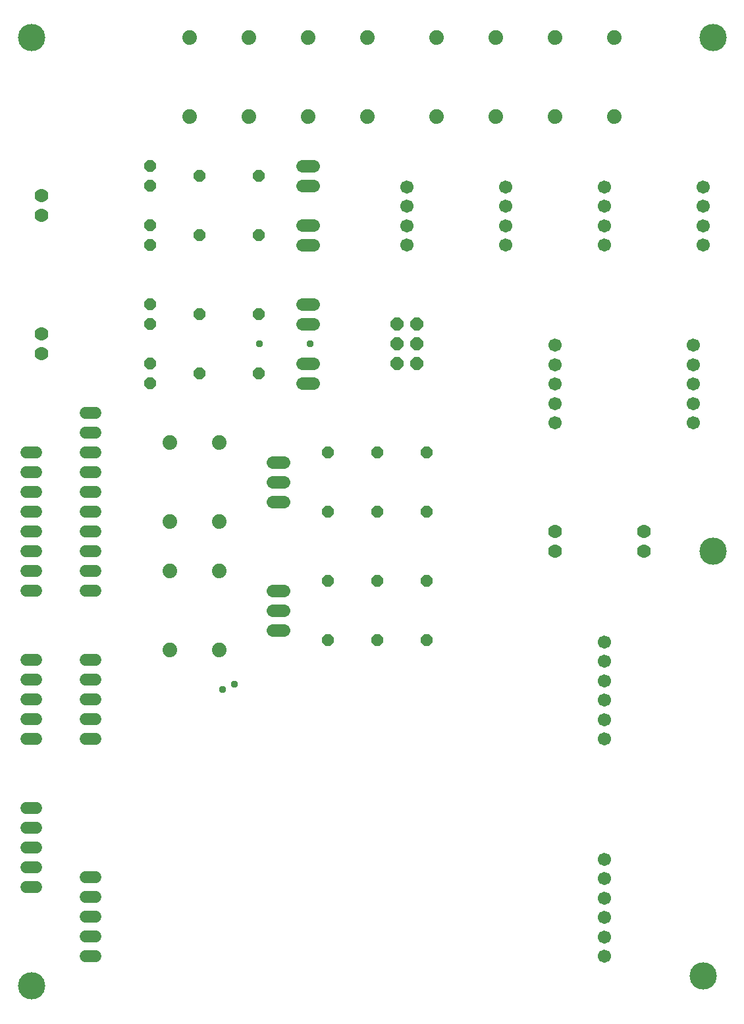
<source format=gbr>
G04 EAGLE Gerber RS-274X export*
G75*
%MOMM*%
%FSLAX34Y34*%
%LPD*%
%INSoldermask Top*%
%IPPOS*%
%AMOC8*
5,1,8,0,0,1.08239X$1,22.5*%
G01*
%ADD10P,1.649562X8X112.500000*%
%ADD11C,1.879600*%
%ADD12C,1.524000*%
%ADD13C,1.625600*%
%ADD14P,1.759533X8X292.500000*%
%ADD15C,1.701800*%
%ADD16P,1.649562X8X292.500000*%
%ADD17P,1.649562X8X202.500000*%
%ADD18C,1.765300*%
%ADD19C,3.503200*%
%ADD20C,0.959600*%


D10*
X215900Y571500D03*
X215900Y596900D03*
X215900Y749300D03*
X215900Y774700D03*
D11*
X266700Y939800D03*
X266700Y838200D03*
X342900Y939800D03*
X342900Y838200D03*
X419100Y939800D03*
X419100Y838200D03*
X495300Y939800D03*
X495300Y838200D03*
X304800Y254000D03*
X304800Y152400D03*
X304800Y419100D03*
X304800Y317500D03*
X241300Y419100D03*
X241300Y317500D03*
X241300Y254000D03*
X241300Y152400D03*
D12*
X70104Y-152400D02*
X56896Y-152400D01*
X56896Y-127000D02*
X70104Y-127000D01*
X70104Y-101600D02*
X56896Y-101600D01*
X56896Y-76200D02*
X70104Y-76200D01*
X70104Y-50800D02*
X56896Y-50800D01*
X56896Y38100D02*
X70104Y38100D01*
X70104Y63500D02*
X56896Y63500D01*
X56896Y88900D02*
X70104Y88900D01*
X70104Y114300D02*
X56896Y114300D01*
X56896Y139700D02*
X70104Y139700D01*
X70104Y228600D02*
X56896Y228600D01*
X56896Y254000D02*
X70104Y254000D01*
X70104Y279400D02*
X56896Y279400D01*
X56896Y304800D02*
X70104Y304800D01*
X70104Y330200D02*
X56896Y330200D01*
X56896Y355600D02*
X70104Y355600D01*
X70104Y381000D02*
X56896Y381000D01*
X56896Y406400D02*
X70104Y406400D01*
X133096Y228600D02*
X146304Y228600D01*
X146304Y254000D02*
X133096Y254000D01*
X133096Y279400D02*
X146304Y279400D01*
X146304Y304800D02*
X133096Y304800D01*
X133096Y330200D02*
X146304Y330200D01*
X146304Y355600D02*
X133096Y355600D01*
X133096Y381000D02*
X146304Y381000D01*
X146304Y406400D02*
X133096Y406400D01*
X133096Y431800D02*
X146304Y431800D01*
X146304Y457200D02*
X133096Y457200D01*
X133096Y-241300D02*
X146304Y-241300D01*
X146304Y-215900D02*
X133096Y-215900D01*
X133096Y-190500D02*
X146304Y-190500D01*
X146304Y-165100D02*
X133096Y-165100D01*
X133096Y-139700D02*
X146304Y-139700D01*
D13*
X411988Y571500D02*
X426212Y571500D01*
X426212Y596900D02*
X411988Y596900D01*
X411988Y495300D02*
X426212Y495300D01*
X426212Y520700D02*
X411988Y520700D01*
X411988Y749300D02*
X426212Y749300D01*
X426212Y774700D02*
X411988Y774700D01*
X411988Y673100D02*
X426212Y673100D01*
X426212Y698500D02*
X411988Y698500D01*
D14*
X533400Y571500D03*
X558800Y571500D03*
X533400Y546100D03*
X558800Y546100D03*
X533400Y520700D03*
X558800Y520700D03*
D13*
X388112Y393700D02*
X373888Y393700D01*
X373888Y368300D02*
X388112Y368300D01*
X388112Y342900D02*
X373888Y342900D01*
X373888Y228600D02*
X388112Y228600D01*
X388112Y203200D02*
X373888Y203200D01*
X373888Y177800D02*
X388112Y177800D01*
D15*
X800100Y-241300D03*
X800100Y-216408D03*
X800100Y-191262D03*
X800100Y-166370D03*
X800100Y-141224D03*
X800100Y-116332D03*
D16*
X444500Y406400D03*
X444500Y330200D03*
D17*
X355600Y762000D03*
X279400Y762000D03*
D10*
X508000Y330200D03*
X508000Y406400D03*
D16*
X571500Y406400D03*
X571500Y330200D03*
D10*
X444500Y165100D03*
X444500Y241300D03*
X508000Y165100D03*
X508000Y241300D03*
D16*
X571500Y241300D03*
X571500Y165100D03*
D17*
X355600Y508000D03*
X279400Y508000D03*
X355600Y685800D03*
X279400Y685800D03*
X355600Y584200D03*
X279400Y584200D03*
D15*
X673100Y673100D03*
X673100Y697992D03*
X673100Y723138D03*
X673100Y748030D03*
X546100Y673100D03*
X546100Y697992D03*
X546100Y723138D03*
X546100Y748030D03*
D10*
X215900Y495300D03*
X215900Y520700D03*
X215900Y673100D03*
X215900Y698500D03*
D18*
X76200Y558800D03*
X76200Y533908D03*
X76200Y736600D03*
X76200Y711708D03*
D15*
X736600Y444500D03*
X736600Y469392D03*
X736600Y494538D03*
X736600Y519430D03*
X736600Y544576D03*
D18*
X736600Y304800D03*
X736600Y279908D03*
D15*
X800100Y38100D03*
X800100Y62992D03*
X800100Y88138D03*
X800100Y113030D03*
X800100Y138176D03*
X800100Y163068D03*
D12*
X146304Y38100D02*
X133096Y38100D01*
X133096Y63500D02*
X146304Y63500D01*
X146304Y88900D02*
X133096Y88900D01*
X133096Y114300D02*
X146304Y114300D01*
X146304Y139700D02*
X133096Y139700D01*
D19*
X63500Y939800D03*
X939800Y939800D03*
X63500Y-279400D03*
X939800Y279400D03*
D15*
X914400Y444500D03*
X914400Y469392D03*
X914400Y494538D03*
X914400Y519430D03*
X914400Y544576D03*
D18*
X850900Y304800D03*
X850900Y279908D03*
D11*
X584200Y939800D03*
X584200Y838200D03*
X660400Y939800D03*
X660400Y838200D03*
X736600Y939800D03*
X736600Y838200D03*
X812800Y939800D03*
X812800Y838200D03*
D15*
X927100Y673100D03*
X927100Y697992D03*
X927100Y723138D03*
X927100Y748030D03*
X800100Y673100D03*
X800100Y697992D03*
X800100Y723138D03*
X800100Y748030D03*
D19*
X927100Y-266700D03*
D20*
X421640Y546100D03*
X356870Y546100D03*
X309372Y102108D03*
X324612Y108204D03*
M02*

</source>
